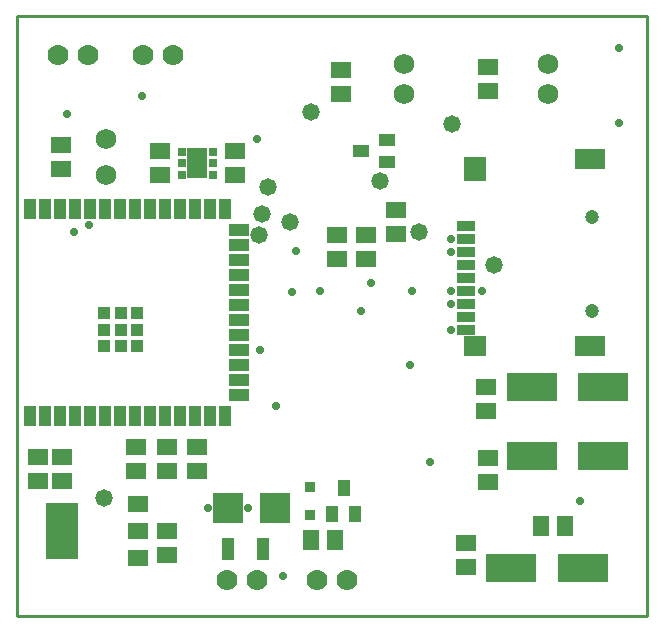
<source format=gts>
G04*
G04 #@! TF.GenerationSoftware,Altium Limited,Altium Designer,22.3.1 (43)*
G04*
G04 Layer_Color=8388736*
%FSLAX25Y25*%
%MOIN*%
G70*
G04*
G04 #@! TF.SameCoordinates,F2D03159-C11B-4201-A07A-7D52C7A15B01*
G04*
G04*
G04 #@! TF.FilePolarity,Negative*
G04*
G01*
G75*
%ADD12C,0.01000*%
%ADD31R,0.03900X0.07400*%
%ADD32R,0.03900X0.07450*%
%ADD40R,0.07300X0.08100*%
%ADD41R,0.10400X0.06500*%
%ADD42R,0.07300X0.06500*%
%ADD43R,0.05918X0.03556*%
%ADD44R,0.16548X0.09304*%
%ADD45R,0.05761X0.04343*%
%ADD46R,0.07099X0.05524*%
%ADD47R,0.10642X0.18517*%
%ADD48R,0.03800X0.03300*%
%ADD49R,0.06706X0.05524*%
%ADD50R,0.06706X0.10249*%
%ADD51R,0.02965X0.02769*%
%ADD52R,0.04343X0.06706*%
%ADD53R,0.06706X0.04343*%
%ADD54R,0.04343X0.04343*%
%ADD55R,0.09855X0.09855*%
%ADD56R,0.06800X0.05300*%
%ADD57R,0.05300X0.06800*%
%ADD58R,0.04343X0.05761*%
%ADD59C,0.04737*%
%ADD60C,0.06800*%
%ADD61C,0.07000*%
%ADD62C,0.02800*%
%ADD63C,0.05800*%
D12*
X281000Y260500D02*
X491000D01*
X281000Y460500D02*
X491000D01*
Y260500D02*
Y460500D01*
X281000Y260500D02*
Y460500D01*
D31*
X351089Y282900D02*
D03*
D32*
X362900D02*
D03*
D40*
X433603Y409800D02*
D03*
D41*
X471792Y412851D02*
D03*
Y350549D02*
D03*
D42*
X433603D02*
D03*
D43*
X430557Y356133D02*
D03*
Y360464D02*
D03*
Y364794D02*
D03*
Y369125D02*
D03*
Y373456D02*
D03*
Y377787D02*
D03*
Y382117D02*
D03*
Y386448D02*
D03*
Y390779D02*
D03*
D44*
X452500Y337000D02*
D03*
X476279D02*
D03*
X469500Y276500D02*
D03*
X445720D02*
D03*
X476279Y314000D02*
D03*
X452500D02*
D03*
D45*
X395569Y415600D02*
D03*
X404231Y411860D02*
D03*
Y419340D02*
D03*
D46*
X321098Y298055D02*
D03*
Y279945D02*
D03*
Y289000D02*
D03*
D47*
X295902D02*
D03*
D48*
X378500Y294200D02*
D03*
Y303800D02*
D03*
D49*
X430419Y285083D02*
D03*
Y276815D02*
D03*
D50*
X341000Y411500D02*
D03*
D51*
X335941Y415437D02*
D03*
Y411500D02*
D03*
Y407563D02*
D03*
X346059Y415437D02*
D03*
Y411500D02*
D03*
Y407563D02*
D03*
D52*
X285094Y396342D02*
D03*
X290094D02*
D03*
X295094D02*
D03*
X300095D02*
D03*
X305095D02*
D03*
X310094D02*
D03*
X315094D02*
D03*
X320094D02*
D03*
X325095D02*
D03*
X330095D02*
D03*
X335094D02*
D03*
X340094D02*
D03*
X345094D02*
D03*
X350095D02*
D03*
Y327445D02*
D03*
X345094D02*
D03*
X340094D02*
D03*
X335094D02*
D03*
X330095D02*
D03*
X325095D02*
D03*
X320094D02*
D03*
X315094D02*
D03*
X310094D02*
D03*
X305095D02*
D03*
X300095D02*
D03*
X295094D02*
D03*
X290094D02*
D03*
X285094D02*
D03*
D53*
X355016Y389394D02*
D03*
Y384394D02*
D03*
Y379394D02*
D03*
Y374394D02*
D03*
Y369394D02*
D03*
Y364394D02*
D03*
Y359394D02*
D03*
Y354394D02*
D03*
Y349394D02*
D03*
Y344394D02*
D03*
Y339394D02*
D03*
Y334394D02*
D03*
D54*
X309976Y361500D02*
D03*
Y355988D02*
D03*
Y350476D02*
D03*
X321000Y361500D02*
D03*
Y355988D02*
D03*
Y350476D02*
D03*
X315488Y361500D02*
D03*
Y350476D02*
D03*
Y355988D02*
D03*
D55*
X351200Y296500D02*
D03*
X366800D02*
D03*
D56*
X397200Y387800D02*
D03*
Y379800D02*
D03*
X288000Y313500D02*
D03*
Y305500D02*
D03*
X341000Y309000D02*
D03*
Y317000D02*
D03*
X331000Y309000D02*
D03*
Y317000D02*
D03*
X295500Y417500D02*
D03*
Y409500D02*
D03*
X320500Y309000D02*
D03*
Y317000D02*
D03*
X328500Y415500D02*
D03*
Y407500D02*
D03*
X353500Y415500D02*
D03*
Y407500D02*
D03*
X331000Y281000D02*
D03*
Y289000D02*
D03*
X438000Y435500D02*
D03*
Y443500D02*
D03*
X389000Y434500D02*
D03*
Y442500D02*
D03*
X437800Y313200D02*
D03*
Y305200D02*
D03*
X437181Y328919D02*
D03*
Y336919D02*
D03*
X296000Y313500D02*
D03*
Y305500D02*
D03*
X407300Y388100D02*
D03*
Y396100D02*
D03*
X387600Y387700D02*
D03*
Y379700D02*
D03*
D57*
X455500Y290500D02*
D03*
X463500D02*
D03*
X387000Y286000D02*
D03*
X379000D02*
D03*
D58*
X393500Y294500D02*
D03*
X386020D02*
D03*
X389760Y303161D02*
D03*
D59*
X472700Y393700D02*
D03*
Y362300D02*
D03*
D60*
X410000Y444500D02*
D03*
Y434500D02*
D03*
X458000D02*
D03*
Y444500D02*
D03*
X310500Y407689D02*
D03*
Y419500D02*
D03*
D61*
X381000Y272500D02*
D03*
X391000D02*
D03*
X361000D02*
D03*
X351000D02*
D03*
X294500Y447500D02*
D03*
X304500D02*
D03*
X323000D02*
D03*
X333000D02*
D03*
D62*
X399000Y371700D02*
D03*
X425500Y369100D02*
D03*
X412600Y369000D02*
D03*
X372500Y368600D02*
D03*
X361800Y349400D02*
D03*
X395400Y362200D02*
D03*
X425600Y356000D02*
D03*
Y364600D02*
D03*
Y386200D02*
D03*
X361000Y419500D02*
D03*
X321098Y289000D02*
D03*
X299000Y289500D02*
D03*
X292500D02*
D03*
X296000Y285500D02*
D03*
Y293000D02*
D03*
X344500Y296500D02*
D03*
X358000D02*
D03*
X379000Y286000D02*
D03*
X374000Y382300D02*
D03*
X425600Y382000D02*
D03*
X381800Y368900D02*
D03*
X367100Y330500D02*
D03*
X369500Y274000D02*
D03*
X468500Y299000D02*
D03*
X412000Y344400D02*
D03*
X418700Y312000D02*
D03*
X297500Y428000D02*
D03*
X322500Y434000D02*
D03*
X481500Y425000D02*
D03*
Y450000D02*
D03*
X435900Y369000D02*
D03*
X341000Y411500D02*
D03*
X300000Y388500D02*
D03*
X305000Y391000D02*
D03*
D63*
X371900Y392000D02*
D03*
X401900Y405800D02*
D03*
X415000Y388600D02*
D03*
X439800Y377500D02*
D03*
X362500Y394500D02*
D03*
X361500Y387500D02*
D03*
X426000Y424500D02*
D03*
X379000Y428500D02*
D03*
X364500Y403500D02*
D03*
X310000Y300000D02*
D03*
M02*

</source>
